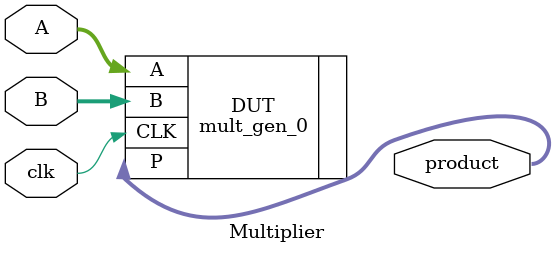
<source format=v>
`timescale 1ns / 1ps


module Multiplier(
    input clk,
    input [3:0] A,B,
    output [7:0] product
    );
    mult_gen_0 DUT(.A(A),.B(B),.CLK(clk),.P(product));
endmodule

</source>
